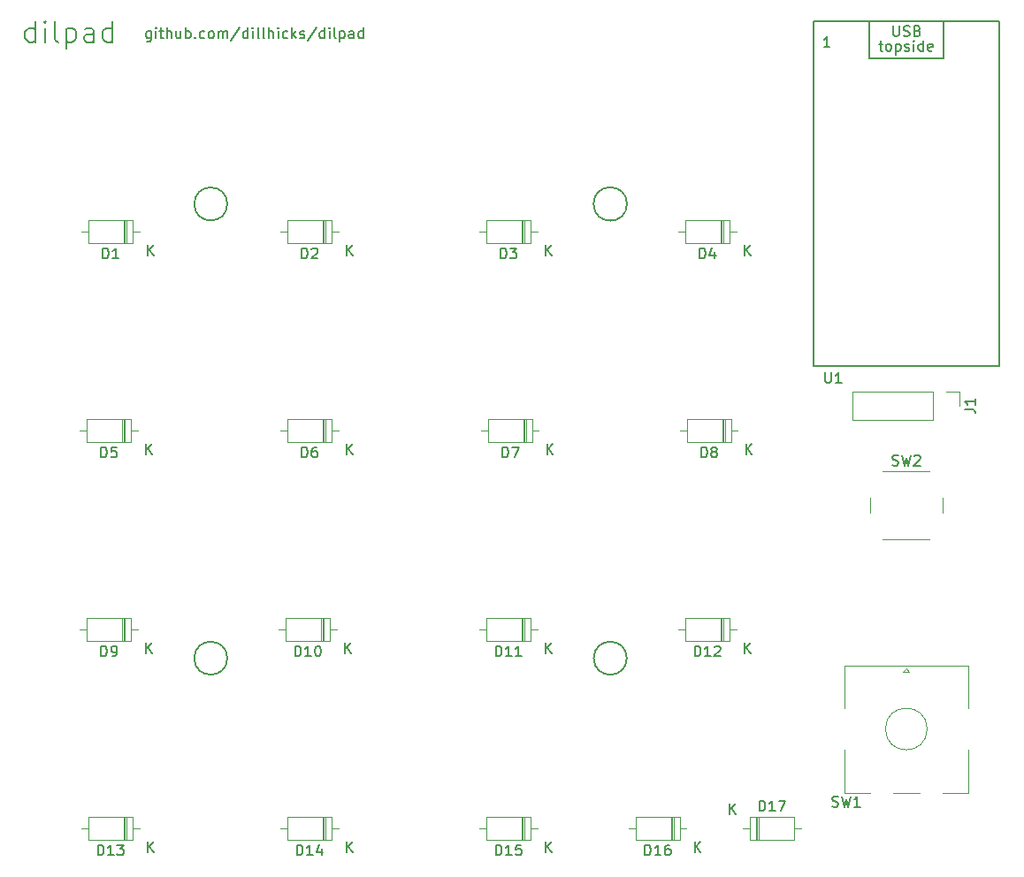
<source format=gto>
G04 #@! TF.GenerationSoftware,KiCad,Pcbnew,7.0.10*
G04 #@! TF.CreationDate,2024-01-29T23:22:10-08:00*
G04 #@! TF.ProjectId,dilpad,64696c70-6164-42e6-9b69-6361645f7063,rev?*
G04 #@! TF.SameCoordinates,Original*
G04 #@! TF.FileFunction,Legend,Top*
G04 #@! TF.FilePolarity,Positive*
%FSLAX46Y46*%
G04 Gerber Fmt 4.6, Leading zero omitted, Abs format (unit mm)*
G04 Created by KiCad (PCBNEW 7.0.10) date 2024-01-29 23:22:10*
%MOMM*%
%LPD*%
G01*
G04 APERTURE LIST*
%ADD10C,0.150000*%
%ADD11C,0.120000*%
%ADD12R,1.600000X1.600000*%
%ADD13O,1.600000X1.600000*%
%ADD14C,2.000000*%
%ADD15R,1.700000X1.700000*%
%ADD16O,1.700000X1.700000*%
%ADD17C,1.750000*%
%ADD18C,3.987800*%
%ADD19C,3.300000*%
G04 APERTURE END LIST*
D10*
X113581139Y-104500000D02*
G75*
G03*
X110418861Y-104500000I-1581139J0D01*
G01*
X110418861Y-104500000D02*
G75*
G03*
X113581139Y-104500000I1581139J0D01*
G01*
X151850781Y-104500000D02*
G75*
G03*
X148649219Y-104500000I-1600781J0D01*
G01*
X148649219Y-104500000D02*
G75*
G03*
X151850781Y-104500000I1600781J0D01*
G01*
X113581139Y-148000000D02*
G75*
G03*
X110418861Y-148000000I-1581139J0D01*
G01*
X110418861Y-148000000D02*
G75*
G03*
X113581139Y-148000000I1581139J0D01*
G01*
X151831139Y-148000000D02*
G75*
G03*
X148668861Y-148000000I-1581139J0D01*
G01*
X148668861Y-148000000D02*
G75*
G03*
X151831139Y-148000000I1581139J0D01*
G01*
X95182017Y-88997438D02*
X95182017Y-86997438D01*
X95182017Y-88902200D02*
X94991541Y-88997438D01*
X94991541Y-88997438D02*
X94610588Y-88997438D01*
X94610588Y-88997438D02*
X94420112Y-88902200D01*
X94420112Y-88902200D02*
X94324874Y-88806961D01*
X94324874Y-88806961D02*
X94229636Y-88616485D01*
X94229636Y-88616485D02*
X94229636Y-88045057D01*
X94229636Y-88045057D02*
X94324874Y-87854580D01*
X94324874Y-87854580D02*
X94420112Y-87759342D01*
X94420112Y-87759342D02*
X94610588Y-87664104D01*
X94610588Y-87664104D02*
X94991541Y-87664104D01*
X94991541Y-87664104D02*
X95182017Y-87759342D01*
X96134398Y-88997438D02*
X96134398Y-87664104D01*
X96134398Y-86997438D02*
X96039160Y-87092676D01*
X96039160Y-87092676D02*
X96134398Y-87187914D01*
X96134398Y-87187914D02*
X96229636Y-87092676D01*
X96229636Y-87092676D02*
X96134398Y-86997438D01*
X96134398Y-86997438D02*
X96134398Y-87187914D01*
X97372493Y-88997438D02*
X97182017Y-88902200D01*
X97182017Y-88902200D02*
X97086779Y-88711723D01*
X97086779Y-88711723D02*
X97086779Y-86997438D01*
X98134398Y-87664104D02*
X98134398Y-89664104D01*
X98134398Y-87759342D02*
X98324874Y-87664104D01*
X98324874Y-87664104D02*
X98705827Y-87664104D01*
X98705827Y-87664104D02*
X98896303Y-87759342D01*
X98896303Y-87759342D02*
X98991541Y-87854580D01*
X98991541Y-87854580D02*
X99086779Y-88045057D01*
X99086779Y-88045057D02*
X99086779Y-88616485D01*
X99086779Y-88616485D02*
X98991541Y-88806961D01*
X98991541Y-88806961D02*
X98896303Y-88902200D01*
X98896303Y-88902200D02*
X98705827Y-88997438D01*
X98705827Y-88997438D02*
X98324874Y-88997438D01*
X98324874Y-88997438D02*
X98134398Y-88902200D01*
X100801065Y-88997438D02*
X100801065Y-87949819D01*
X100801065Y-87949819D02*
X100705827Y-87759342D01*
X100705827Y-87759342D02*
X100515351Y-87664104D01*
X100515351Y-87664104D02*
X100134398Y-87664104D01*
X100134398Y-87664104D02*
X99943922Y-87759342D01*
X100801065Y-88902200D02*
X100610589Y-88997438D01*
X100610589Y-88997438D02*
X100134398Y-88997438D01*
X100134398Y-88997438D02*
X99943922Y-88902200D01*
X99943922Y-88902200D02*
X99848684Y-88711723D01*
X99848684Y-88711723D02*
X99848684Y-88521247D01*
X99848684Y-88521247D02*
X99943922Y-88330771D01*
X99943922Y-88330771D02*
X100134398Y-88235533D01*
X100134398Y-88235533D02*
X100610589Y-88235533D01*
X100610589Y-88235533D02*
X100801065Y-88140295D01*
X102610589Y-88997438D02*
X102610589Y-86997438D01*
X102610589Y-88902200D02*
X102420113Y-88997438D01*
X102420113Y-88997438D02*
X102039160Y-88997438D01*
X102039160Y-88997438D02*
X101848684Y-88902200D01*
X101848684Y-88902200D02*
X101753446Y-88806961D01*
X101753446Y-88806961D02*
X101658208Y-88616485D01*
X101658208Y-88616485D02*
X101658208Y-88045057D01*
X101658208Y-88045057D02*
X101753446Y-87854580D01*
X101753446Y-87854580D02*
X101848684Y-87759342D01*
X101848684Y-87759342D02*
X102039160Y-87664104D01*
X102039160Y-87664104D02*
X102420113Y-87664104D01*
X102420113Y-87664104D02*
X102610589Y-87759342D01*
X106265350Y-87953152D02*
X106265350Y-88762676D01*
X106265350Y-88762676D02*
X106217731Y-88857914D01*
X106217731Y-88857914D02*
X106170112Y-88905533D01*
X106170112Y-88905533D02*
X106074874Y-88953152D01*
X106074874Y-88953152D02*
X105932017Y-88953152D01*
X105932017Y-88953152D02*
X105836779Y-88905533D01*
X106265350Y-88572200D02*
X106170112Y-88619819D01*
X106170112Y-88619819D02*
X105979636Y-88619819D01*
X105979636Y-88619819D02*
X105884398Y-88572200D01*
X105884398Y-88572200D02*
X105836779Y-88524580D01*
X105836779Y-88524580D02*
X105789160Y-88429342D01*
X105789160Y-88429342D02*
X105789160Y-88143628D01*
X105789160Y-88143628D02*
X105836779Y-88048390D01*
X105836779Y-88048390D02*
X105884398Y-88000771D01*
X105884398Y-88000771D02*
X105979636Y-87953152D01*
X105979636Y-87953152D02*
X106170112Y-87953152D01*
X106170112Y-87953152D02*
X106265350Y-88000771D01*
X106741541Y-88619819D02*
X106741541Y-87953152D01*
X106741541Y-87619819D02*
X106693922Y-87667438D01*
X106693922Y-87667438D02*
X106741541Y-87715057D01*
X106741541Y-87715057D02*
X106789160Y-87667438D01*
X106789160Y-87667438D02*
X106741541Y-87619819D01*
X106741541Y-87619819D02*
X106741541Y-87715057D01*
X107074874Y-87953152D02*
X107455826Y-87953152D01*
X107217731Y-87619819D02*
X107217731Y-88476961D01*
X107217731Y-88476961D02*
X107265350Y-88572200D01*
X107265350Y-88572200D02*
X107360588Y-88619819D01*
X107360588Y-88619819D02*
X107455826Y-88619819D01*
X107789160Y-88619819D02*
X107789160Y-87619819D01*
X108217731Y-88619819D02*
X108217731Y-88096009D01*
X108217731Y-88096009D02*
X108170112Y-88000771D01*
X108170112Y-88000771D02*
X108074874Y-87953152D01*
X108074874Y-87953152D02*
X107932017Y-87953152D01*
X107932017Y-87953152D02*
X107836779Y-88000771D01*
X107836779Y-88000771D02*
X107789160Y-88048390D01*
X109122493Y-87953152D02*
X109122493Y-88619819D01*
X108693922Y-87953152D02*
X108693922Y-88476961D01*
X108693922Y-88476961D02*
X108741541Y-88572200D01*
X108741541Y-88572200D02*
X108836779Y-88619819D01*
X108836779Y-88619819D02*
X108979636Y-88619819D01*
X108979636Y-88619819D02*
X109074874Y-88572200D01*
X109074874Y-88572200D02*
X109122493Y-88524580D01*
X109598684Y-88619819D02*
X109598684Y-87619819D01*
X109598684Y-88000771D02*
X109693922Y-87953152D01*
X109693922Y-87953152D02*
X109884398Y-87953152D01*
X109884398Y-87953152D02*
X109979636Y-88000771D01*
X109979636Y-88000771D02*
X110027255Y-88048390D01*
X110027255Y-88048390D02*
X110074874Y-88143628D01*
X110074874Y-88143628D02*
X110074874Y-88429342D01*
X110074874Y-88429342D02*
X110027255Y-88524580D01*
X110027255Y-88524580D02*
X109979636Y-88572200D01*
X109979636Y-88572200D02*
X109884398Y-88619819D01*
X109884398Y-88619819D02*
X109693922Y-88619819D01*
X109693922Y-88619819D02*
X109598684Y-88572200D01*
X110503446Y-88524580D02*
X110551065Y-88572200D01*
X110551065Y-88572200D02*
X110503446Y-88619819D01*
X110503446Y-88619819D02*
X110455827Y-88572200D01*
X110455827Y-88572200D02*
X110503446Y-88524580D01*
X110503446Y-88524580D02*
X110503446Y-88619819D01*
X111408207Y-88572200D02*
X111312969Y-88619819D01*
X111312969Y-88619819D02*
X111122493Y-88619819D01*
X111122493Y-88619819D02*
X111027255Y-88572200D01*
X111027255Y-88572200D02*
X110979636Y-88524580D01*
X110979636Y-88524580D02*
X110932017Y-88429342D01*
X110932017Y-88429342D02*
X110932017Y-88143628D01*
X110932017Y-88143628D02*
X110979636Y-88048390D01*
X110979636Y-88048390D02*
X111027255Y-88000771D01*
X111027255Y-88000771D02*
X111122493Y-87953152D01*
X111122493Y-87953152D02*
X111312969Y-87953152D01*
X111312969Y-87953152D02*
X111408207Y-88000771D01*
X111979636Y-88619819D02*
X111884398Y-88572200D01*
X111884398Y-88572200D02*
X111836779Y-88524580D01*
X111836779Y-88524580D02*
X111789160Y-88429342D01*
X111789160Y-88429342D02*
X111789160Y-88143628D01*
X111789160Y-88143628D02*
X111836779Y-88048390D01*
X111836779Y-88048390D02*
X111884398Y-88000771D01*
X111884398Y-88000771D02*
X111979636Y-87953152D01*
X111979636Y-87953152D02*
X112122493Y-87953152D01*
X112122493Y-87953152D02*
X112217731Y-88000771D01*
X112217731Y-88000771D02*
X112265350Y-88048390D01*
X112265350Y-88048390D02*
X112312969Y-88143628D01*
X112312969Y-88143628D02*
X112312969Y-88429342D01*
X112312969Y-88429342D02*
X112265350Y-88524580D01*
X112265350Y-88524580D02*
X112217731Y-88572200D01*
X112217731Y-88572200D02*
X112122493Y-88619819D01*
X112122493Y-88619819D02*
X111979636Y-88619819D01*
X112741541Y-88619819D02*
X112741541Y-87953152D01*
X112741541Y-88048390D02*
X112789160Y-88000771D01*
X112789160Y-88000771D02*
X112884398Y-87953152D01*
X112884398Y-87953152D02*
X113027255Y-87953152D01*
X113027255Y-87953152D02*
X113122493Y-88000771D01*
X113122493Y-88000771D02*
X113170112Y-88096009D01*
X113170112Y-88096009D02*
X113170112Y-88619819D01*
X113170112Y-88096009D02*
X113217731Y-88000771D01*
X113217731Y-88000771D02*
X113312969Y-87953152D01*
X113312969Y-87953152D02*
X113455826Y-87953152D01*
X113455826Y-87953152D02*
X113551065Y-88000771D01*
X113551065Y-88000771D02*
X113598684Y-88096009D01*
X113598684Y-88096009D02*
X113598684Y-88619819D01*
X114789159Y-87572200D02*
X113932017Y-88857914D01*
X115551064Y-88619819D02*
X115551064Y-87619819D01*
X115551064Y-88572200D02*
X115455826Y-88619819D01*
X115455826Y-88619819D02*
X115265350Y-88619819D01*
X115265350Y-88619819D02*
X115170112Y-88572200D01*
X115170112Y-88572200D02*
X115122493Y-88524580D01*
X115122493Y-88524580D02*
X115074874Y-88429342D01*
X115074874Y-88429342D02*
X115074874Y-88143628D01*
X115074874Y-88143628D02*
X115122493Y-88048390D01*
X115122493Y-88048390D02*
X115170112Y-88000771D01*
X115170112Y-88000771D02*
X115265350Y-87953152D01*
X115265350Y-87953152D02*
X115455826Y-87953152D01*
X115455826Y-87953152D02*
X115551064Y-88000771D01*
X116027255Y-88619819D02*
X116027255Y-87953152D01*
X116027255Y-87619819D02*
X115979636Y-87667438D01*
X115979636Y-87667438D02*
X116027255Y-87715057D01*
X116027255Y-87715057D02*
X116074874Y-87667438D01*
X116074874Y-87667438D02*
X116027255Y-87619819D01*
X116027255Y-87619819D02*
X116027255Y-87715057D01*
X116646302Y-88619819D02*
X116551064Y-88572200D01*
X116551064Y-88572200D02*
X116503445Y-88476961D01*
X116503445Y-88476961D02*
X116503445Y-87619819D01*
X117170112Y-88619819D02*
X117074874Y-88572200D01*
X117074874Y-88572200D02*
X117027255Y-88476961D01*
X117027255Y-88476961D02*
X117027255Y-87619819D01*
X117551065Y-88619819D02*
X117551065Y-87619819D01*
X117979636Y-88619819D02*
X117979636Y-88096009D01*
X117979636Y-88096009D02*
X117932017Y-88000771D01*
X117932017Y-88000771D02*
X117836779Y-87953152D01*
X117836779Y-87953152D02*
X117693922Y-87953152D01*
X117693922Y-87953152D02*
X117598684Y-88000771D01*
X117598684Y-88000771D02*
X117551065Y-88048390D01*
X118455827Y-88619819D02*
X118455827Y-87953152D01*
X118455827Y-87619819D02*
X118408208Y-87667438D01*
X118408208Y-87667438D02*
X118455827Y-87715057D01*
X118455827Y-87715057D02*
X118503446Y-87667438D01*
X118503446Y-87667438D02*
X118455827Y-87619819D01*
X118455827Y-87619819D02*
X118455827Y-87715057D01*
X119360588Y-88572200D02*
X119265350Y-88619819D01*
X119265350Y-88619819D02*
X119074874Y-88619819D01*
X119074874Y-88619819D02*
X118979636Y-88572200D01*
X118979636Y-88572200D02*
X118932017Y-88524580D01*
X118932017Y-88524580D02*
X118884398Y-88429342D01*
X118884398Y-88429342D02*
X118884398Y-88143628D01*
X118884398Y-88143628D02*
X118932017Y-88048390D01*
X118932017Y-88048390D02*
X118979636Y-88000771D01*
X118979636Y-88000771D02*
X119074874Y-87953152D01*
X119074874Y-87953152D02*
X119265350Y-87953152D01*
X119265350Y-87953152D02*
X119360588Y-88000771D01*
X119789160Y-88619819D02*
X119789160Y-87619819D01*
X119884398Y-88238866D02*
X120170112Y-88619819D01*
X120170112Y-87953152D02*
X119789160Y-88334104D01*
X120551065Y-88572200D02*
X120646303Y-88619819D01*
X120646303Y-88619819D02*
X120836779Y-88619819D01*
X120836779Y-88619819D02*
X120932017Y-88572200D01*
X120932017Y-88572200D02*
X120979636Y-88476961D01*
X120979636Y-88476961D02*
X120979636Y-88429342D01*
X120979636Y-88429342D02*
X120932017Y-88334104D01*
X120932017Y-88334104D02*
X120836779Y-88286485D01*
X120836779Y-88286485D02*
X120693922Y-88286485D01*
X120693922Y-88286485D02*
X120598684Y-88238866D01*
X120598684Y-88238866D02*
X120551065Y-88143628D01*
X120551065Y-88143628D02*
X120551065Y-88096009D01*
X120551065Y-88096009D02*
X120598684Y-88000771D01*
X120598684Y-88000771D02*
X120693922Y-87953152D01*
X120693922Y-87953152D02*
X120836779Y-87953152D01*
X120836779Y-87953152D02*
X120932017Y-88000771D01*
X122122493Y-87572200D02*
X121265351Y-88857914D01*
X122884398Y-88619819D02*
X122884398Y-87619819D01*
X122884398Y-88572200D02*
X122789160Y-88619819D01*
X122789160Y-88619819D02*
X122598684Y-88619819D01*
X122598684Y-88619819D02*
X122503446Y-88572200D01*
X122503446Y-88572200D02*
X122455827Y-88524580D01*
X122455827Y-88524580D02*
X122408208Y-88429342D01*
X122408208Y-88429342D02*
X122408208Y-88143628D01*
X122408208Y-88143628D02*
X122455827Y-88048390D01*
X122455827Y-88048390D02*
X122503446Y-88000771D01*
X122503446Y-88000771D02*
X122598684Y-87953152D01*
X122598684Y-87953152D02*
X122789160Y-87953152D01*
X122789160Y-87953152D02*
X122884398Y-88000771D01*
X123360589Y-88619819D02*
X123360589Y-87953152D01*
X123360589Y-87619819D02*
X123312970Y-87667438D01*
X123312970Y-87667438D02*
X123360589Y-87715057D01*
X123360589Y-87715057D02*
X123408208Y-87667438D01*
X123408208Y-87667438D02*
X123360589Y-87619819D01*
X123360589Y-87619819D02*
X123360589Y-87715057D01*
X123979636Y-88619819D02*
X123884398Y-88572200D01*
X123884398Y-88572200D02*
X123836779Y-88476961D01*
X123836779Y-88476961D02*
X123836779Y-87619819D01*
X124360589Y-87953152D02*
X124360589Y-88953152D01*
X124360589Y-88000771D02*
X124455827Y-87953152D01*
X124455827Y-87953152D02*
X124646303Y-87953152D01*
X124646303Y-87953152D02*
X124741541Y-88000771D01*
X124741541Y-88000771D02*
X124789160Y-88048390D01*
X124789160Y-88048390D02*
X124836779Y-88143628D01*
X124836779Y-88143628D02*
X124836779Y-88429342D01*
X124836779Y-88429342D02*
X124789160Y-88524580D01*
X124789160Y-88524580D02*
X124741541Y-88572200D01*
X124741541Y-88572200D02*
X124646303Y-88619819D01*
X124646303Y-88619819D02*
X124455827Y-88619819D01*
X124455827Y-88619819D02*
X124360589Y-88572200D01*
X125693922Y-88619819D02*
X125693922Y-88096009D01*
X125693922Y-88096009D02*
X125646303Y-88000771D01*
X125646303Y-88000771D02*
X125551065Y-87953152D01*
X125551065Y-87953152D02*
X125360589Y-87953152D01*
X125360589Y-87953152D02*
X125265351Y-88000771D01*
X125693922Y-88572200D02*
X125598684Y-88619819D01*
X125598684Y-88619819D02*
X125360589Y-88619819D01*
X125360589Y-88619819D02*
X125265351Y-88572200D01*
X125265351Y-88572200D02*
X125217732Y-88476961D01*
X125217732Y-88476961D02*
X125217732Y-88381723D01*
X125217732Y-88381723D02*
X125265351Y-88286485D01*
X125265351Y-88286485D02*
X125360589Y-88238866D01*
X125360589Y-88238866D02*
X125598684Y-88238866D01*
X125598684Y-88238866D02*
X125693922Y-88191247D01*
X126598684Y-88619819D02*
X126598684Y-87619819D01*
X126598684Y-88572200D02*
X126503446Y-88619819D01*
X126503446Y-88619819D02*
X126312970Y-88619819D01*
X126312970Y-88619819D02*
X126217732Y-88572200D01*
X126217732Y-88572200D02*
X126170113Y-88524580D01*
X126170113Y-88524580D02*
X126122494Y-88429342D01*
X126122494Y-88429342D02*
X126122494Y-88143628D01*
X126122494Y-88143628D02*
X126170113Y-88048390D01*
X126170113Y-88048390D02*
X126217732Y-88000771D01*
X126217732Y-88000771D02*
X126312970Y-87953152D01*
X126312970Y-87953152D02*
X126503446Y-87953152D01*
X126503446Y-87953152D02*
X126598684Y-88000771D01*
X158964405Y-128781069D02*
X158964405Y-127781069D01*
X158964405Y-127781069D02*
X159202500Y-127781069D01*
X159202500Y-127781069D02*
X159345357Y-127828688D01*
X159345357Y-127828688D02*
X159440595Y-127923926D01*
X159440595Y-127923926D02*
X159488214Y-128019164D01*
X159488214Y-128019164D02*
X159535833Y-128209640D01*
X159535833Y-128209640D02*
X159535833Y-128352497D01*
X159535833Y-128352497D02*
X159488214Y-128542973D01*
X159488214Y-128542973D02*
X159440595Y-128638211D01*
X159440595Y-128638211D02*
X159345357Y-128733450D01*
X159345357Y-128733450D02*
X159202500Y-128781069D01*
X159202500Y-128781069D02*
X158964405Y-128781069D01*
X160107262Y-128209640D02*
X160012024Y-128162021D01*
X160012024Y-128162021D02*
X159964405Y-128114402D01*
X159964405Y-128114402D02*
X159916786Y-128019164D01*
X159916786Y-128019164D02*
X159916786Y-127971545D01*
X159916786Y-127971545D02*
X159964405Y-127876307D01*
X159964405Y-127876307D02*
X160012024Y-127828688D01*
X160012024Y-127828688D02*
X160107262Y-127781069D01*
X160107262Y-127781069D02*
X160297738Y-127781069D01*
X160297738Y-127781069D02*
X160392976Y-127828688D01*
X160392976Y-127828688D02*
X160440595Y-127876307D01*
X160440595Y-127876307D02*
X160488214Y-127971545D01*
X160488214Y-127971545D02*
X160488214Y-128019164D01*
X160488214Y-128019164D02*
X160440595Y-128114402D01*
X160440595Y-128114402D02*
X160392976Y-128162021D01*
X160392976Y-128162021D02*
X160297738Y-128209640D01*
X160297738Y-128209640D02*
X160107262Y-128209640D01*
X160107262Y-128209640D02*
X160012024Y-128257259D01*
X160012024Y-128257259D02*
X159964405Y-128304878D01*
X159964405Y-128304878D02*
X159916786Y-128400116D01*
X159916786Y-128400116D02*
X159916786Y-128590592D01*
X159916786Y-128590592D02*
X159964405Y-128685830D01*
X159964405Y-128685830D02*
X160012024Y-128733450D01*
X160012024Y-128733450D02*
X160107262Y-128781069D01*
X160107262Y-128781069D02*
X160297738Y-128781069D01*
X160297738Y-128781069D02*
X160392976Y-128733450D01*
X160392976Y-128733450D02*
X160440595Y-128685830D01*
X160440595Y-128685830D02*
X160488214Y-128590592D01*
X160488214Y-128590592D02*
X160488214Y-128400116D01*
X160488214Y-128400116D02*
X160440595Y-128304878D01*
X160440595Y-128304878D02*
X160392976Y-128257259D01*
X160392976Y-128257259D02*
X160297738Y-128209640D01*
X163250595Y-128461069D02*
X163250595Y-127461069D01*
X163822023Y-128461069D02*
X163393452Y-127889640D01*
X163822023Y-127461069D02*
X163250595Y-128032497D01*
X139279464Y-147831069D02*
X139279464Y-146831069D01*
X139279464Y-146831069D02*
X139517559Y-146831069D01*
X139517559Y-146831069D02*
X139660416Y-146878688D01*
X139660416Y-146878688D02*
X139755654Y-146973926D01*
X139755654Y-146973926D02*
X139803273Y-147069164D01*
X139803273Y-147069164D02*
X139850892Y-147259640D01*
X139850892Y-147259640D02*
X139850892Y-147402497D01*
X139850892Y-147402497D02*
X139803273Y-147592973D01*
X139803273Y-147592973D02*
X139755654Y-147688211D01*
X139755654Y-147688211D02*
X139660416Y-147783450D01*
X139660416Y-147783450D02*
X139517559Y-147831069D01*
X139517559Y-147831069D02*
X139279464Y-147831069D01*
X140803273Y-147831069D02*
X140231845Y-147831069D01*
X140517559Y-147831069D02*
X140517559Y-146831069D01*
X140517559Y-146831069D02*
X140422321Y-146973926D01*
X140422321Y-146973926D02*
X140327083Y-147069164D01*
X140327083Y-147069164D02*
X140231845Y-147116783D01*
X141755654Y-147831069D02*
X141184226Y-147831069D01*
X141469940Y-147831069D02*
X141469940Y-146831069D01*
X141469940Y-146831069D02*
X141374702Y-146973926D01*
X141374702Y-146973926D02*
X141279464Y-147069164D01*
X141279464Y-147069164D02*
X141184226Y-147116783D01*
X144041845Y-147511069D02*
X144041845Y-146511069D01*
X144613273Y-147511069D02*
X144184702Y-146939640D01*
X144613273Y-146511069D02*
X144041845Y-147082497D01*
X177260417Y-129507200D02*
X177403274Y-129554819D01*
X177403274Y-129554819D02*
X177641369Y-129554819D01*
X177641369Y-129554819D02*
X177736607Y-129507200D01*
X177736607Y-129507200D02*
X177784226Y-129459580D01*
X177784226Y-129459580D02*
X177831845Y-129364342D01*
X177831845Y-129364342D02*
X177831845Y-129269104D01*
X177831845Y-129269104D02*
X177784226Y-129173866D01*
X177784226Y-129173866D02*
X177736607Y-129126247D01*
X177736607Y-129126247D02*
X177641369Y-129078628D01*
X177641369Y-129078628D02*
X177450893Y-129031009D01*
X177450893Y-129031009D02*
X177355655Y-128983390D01*
X177355655Y-128983390D02*
X177308036Y-128935771D01*
X177308036Y-128935771D02*
X177260417Y-128840533D01*
X177260417Y-128840533D02*
X177260417Y-128745295D01*
X177260417Y-128745295D02*
X177308036Y-128650057D01*
X177308036Y-128650057D02*
X177355655Y-128602438D01*
X177355655Y-128602438D02*
X177450893Y-128554819D01*
X177450893Y-128554819D02*
X177688988Y-128554819D01*
X177688988Y-128554819D02*
X177831845Y-128602438D01*
X178165179Y-128554819D02*
X178403274Y-129554819D01*
X178403274Y-129554819D02*
X178593750Y-128840533D01*
X178593750Y-128840533D02*
X178784226Y-129554819D01*
X178784226Y-129554819D02*
X179022322Y-128554819D01*
X179355655Y-128650057D02*
X179403274Y-128602438D01*
X179403274Y-128602438D02*
X179498512Y-128554819D01*
X179498512Y-128554819D02*
X179736607Y-128554819D01*
X179736607Y-128554819D02*
X179831845Y-128602438D01*
X179831845Y-128602438D02*
X179879464Y-128650057D01*
X179879464Y-128650057D02*
X179927083Y-128745295D01*
X179927083Y-128745295D02*
X179927083Y-128840533D01*
X179927083Y-128840533D02*
X179879464Y-128983390D01*
X179879464Y-128983390D02*
X179308036Y-129554819D01*
X179308036Y-129554819D02*
X179927083Y-129554819D01*
X170831845Y-120629819D02*
X170831845Y-121439342D01*
X170831845Y-121439342D02*
X170879464Y-121534580D01*
X170879464Y-121534580D02*
X170927083Y-121582200D01*
X170927083Y-121582200D02*
X171022321Y-121629819D01*
X171022321Y-121629819D02*
X171212797Y-121629819D01*
X171212797Y-121629819D02*
X171308035Y-121582200D01*
X171308035Y-121582200D02*
X171355654Y-121534580D01*
X171355654Y-121534580D02*
X171403273Y-121439342D01*
X171403273Y-121439342D02*
X171403273Y-120629819D01*
X172403273Y-121629819D02*
X171831845Y-121629819D01*
X172117559Y-121629819D02*
X172117559Y-120629819D01*
X172117559Y-120629819D02*
X172022321Y-120772676D01*
X172022321Y-120772676D02*
X171927083Y-120867914D01*
X171927083Y-120867914D02*
X171831845Y-120915533D01*
X177331845Y-87444819D02*
X177331845Y-88254342D01*
X177331845Y-88254342D02*
X177379464Y-88349580D01*
X177379464Y-88349580D02*
X177427083Y-88397200D01*
X177427083Y-88397200D02*
X177522321Y-88444819D01*
X177522321Y-88444819D02*
X177712797Y-88444819D01*
X177712797Y-88444819D02*
X177808035Y-88397200D01*
X177808035Y-88397200D02*
X177855654Y-88349580D01*
X177855654Y-88349580D02*
X177903273Y-88254342D01*
X177903273Y-88254342D02*
X177903273Y-87444819D01*
X178331845Y-88397200D02*
X178474702Y-88444819D01*
X178474702Y-88444819D02*
X178712797Y-88444819D01*
X178712797Y-88444819D02*
X178808035Y-88397200D01*
X178808035Y-88397200D02*
X178855654Y-88349580D01*
X178855654Y-88349580D02*
X178903273Y-88254342D01*
X178903273Y-88254342D02*
X178903273Y-88159104D01*
X178903273Y-88159104D02*
X178855654Y-88063866D01*
X178855654Y-88063866D02*
X178808035Y-88016247D01*
X178808035Y-88016247D02*
X178712797Y-87968628D01*
X178712797Y-87968628D02*
X178522321Y-87921009D01*
X178522321Y-87921009D02*
X178427083Y-87873390D01*
X178427083Y-87873390D02*
X178379464Y-87825771D01*
X178379464Y-87825771D02*
X178331845Y-87730533D01*
X178331845Y-87730533D02*
X178331845Y-87635295D01*
X178331845Y-87635295D02*
X178379464Y-87540057D01*
X178379464Y-87540057D02*
X178427083Y-87492438D01*
X178427083Y-87492438D02*
X178522321Y-87444819D01*
X178522321Y-87444819D02*
X178760416Y-87444819D01*
X178760416Y-87444819D02*
X178903273Y-87492438D01*
X179665178Y-87921009D02*
X179808035Y-87968628D01*
X179808035Y-87968628D02*
X179855654Y-88016247D01*
X179855654Y-88016247D02*
X179903273Y-88111485D01*
X179903273Y-88111485D02*
X179903273Y-88254342D01*
X179903273Y-88254342D02*
X179855654Y-88349580D01*
X179855654Y-88349580D02*
X179808035Y-88397200D01*
X179808035Y-88397200D02*
X179712797Y-88444819D01*
X179712797Y-88444819D02*
X179331845Y-88444819D01*
X179331845Y-88444819D02*
X179331845Y-87444819D01*
X179331845Y-87444819D02*
X179665178Y-87444819D01*
X179665178Y-87444819D02*
X179760416Y-87492438D01*
X179760416Y-87492438D02*
X179808035Y-87540057D01*
X179808035Y-87540057D02*
X179855654Y-87635295D01*
X179855654Y-87635295D02*
X179855654Y-87730533D01*
X179855654Y-87730533D02*
X179808035Y-87825771D01*
X179808035Y-87825771D02*
X179760416Y-87873390D01*
X179760416Y-87873390D02*
X179665178Y-87921009D01*
X179665178Y-87921009D02*
X179331845Y-87921009D01*
X171259464Y-89474819D02*
X170688036Y-89474819D01*
X170973750Y-89474819D02*
X170973750Y-88474819D01*
X170973750Y-88474819D02*
X170878512Y-88617676D01*
X170878512Y-88617676D02*
X170783274Y-88712914D01*
X170783274Y-88712914D02*
X170688036Y-88760533D01*
X175974702Y-89178152D02*
X176355654Y-89178152D01*
X176117559Y-88844819D02*
X176117559Y-89701961D01*
X176117559Y-89701961D02*
X176165178Y-89797200D01*
X176165178Y-89797200D02*
X176260416Y-89844819D01*
X176260416Y-89844819D02*
X176355654Y-89844819D01*
X176831845Y-89844819D02*
X176736607Y-89797200D01*
X176736607Y-89797200D02*
X176688988Y-89749580D01*
X176688988Y-89749580D02*
X176641369Y-89654342D01*
X176641369Y-89654342D02*
X176641369Y-89368628D01*
X176641369Y-89368628D02*
X176688988Y-89273390D01*
X176688988Y-89273390D02*
X176736607Y-89225771D01*
X176736607Y-89225771D02*
X176831845Y-89178152D01*
X176831845Y-89178152D02*
X176974702Y-89178152D01*
X176974702Y-89178152D02*
X177069940Y-89225771D01*
X177069940Y-89225771D02*
X177117559Y-89273390D01*
X177117559Y-89273390D02*
X177165178Y-89368628D01*
X177165178Y-89368628D02*
X177165178Y-89654342D01*
X177165178Y-89654342D02*
X177117559Y-89749580D01*
X177117559Y-89749580D02*
X177069940Y-89797200D01*
X177069940Y-89797200D02*
X176974702Y-89844819D01*
X176974702Y-89844819D02*
X176831845Y-89844819D01*
X177593750Y-89178152D02*
X177593750Y-90178152D01*
X177593750Y-89225771D02*
X177688988Y-89178152D01*
X177688988Y-89178152D02*
X177879464Y-89178152D01*
X177879464Y-89178152D02*
X177974702Y-89225771D01*
X177974702Y-89225771D02*
X178022321Y-89273390D01*
X178022321Y-89273390D02*
X178069940Y-89368628D01*
X178069940Y-89368628D02*
X178069940Y-89654342D01*
X178069940Y-89654342D02*
X178022321Y-89749580D01*
X178022321Y-89749580D02*
X177974702Y-89797200D01*
X177974702Y-89797200D02*
X177879464Y-89844819D01*
X177879464Y-89844819D02*
X177688988Y-89844819D01*
X177688988Y-89844819D02*
X177593750Y-89797200D01*
X178450893Y-89797200D02*
X178546131Y-89844819D01*
X178546131Y-89844819D02*
X178736607Y-89844819D01*
X178736607Y-89844819D02*
X178831845Y-89797200D01*
X178831845Y-89797200D02*
X178879464Y-89701961D01*
X178879464Y-89701961D02*
X178879464Y-89654342D01*
X178879464Y-89654342D02*
X178831845Y-89559104D01*
X178831845Y-89559104D02*
X178736607Y-89511485D01*
X178736607Y-89511485D02*
X178593750Y-89511485D01*
X178593750Y-89511485D02*
X178498512Y-89463866D01*
X178498512Y-89463866D02*
X178450893Y-89368628D01*
X178450893Y-89368628D02*
X178450893Y-89321009D01*
X178450893Y-89321009D02*
X178498512Y-89225771D01*
X178498512Y-89225771D02*
X178593750Y-89178152D01*
X178593750Y-89178152D02*
X178736607Y-89178152D01*
X178736607Y-89178152D02*
X178831845Y-89225771D01*
X179308036Y-89844819D02*
X179308036Y-89178152D01*
X179308036Y-88844819D02*
X179260417Y-88892438D01*
X179260417Y-88892438D02*
X179308036Y-88940057D01*
X179308036Y-88940057D02*
X179355655Y-88892438D01*
X179355655Y-88892438D02*
X179308036Y-88844819D01*
X179308036Y-88844819D02*
X179308036Y-88940057D01*
X180212797Y-89844819D02*
X180212797Y-88844819D01*
X180212797Y-89797200D02*
X180117559Y-89844819D01*
X180117559Y-89844819D02*
X179927083Y-89844819D01*
X179927083Y-89844819D02*
X179831845Y-89797200D01*
X179831845Y-89797200D02*
X179784226Y-89749580D01*
X179784226Y-89749580D02*
X179736607Y-89654342D01*
X179736607Y-89654342D02*
X179736607Y-89368628D01*
X179736607Y-89368628D02*
X179784226Y-89273390D01*
X179784226Y-89273390D02*
X179831845Y-89225771D01*
X179831845Y-89225771D02*
X179927083Y-89178152D01*
X179927083Y-89178152D02*
X180117559Y-89178152D01*
X180117559Y-89178152D02*
X180212797Y-89225771D01*
X181069940Y-89797200D02*
X180974702Y-89844819D01*
X180974702Y-89844819D02*
X180784226Y-89844819D01*
X180784226Y-89844819D02*
X180688988Y-89797200D01*
X180688988Y-89797200D02*
X180641369Y-89701961D01*
X180641369Y-89701961D02*
X180641369Y-89321009D01*
X180641369Y-89321009D02*
X180688988Y-89225771D01*
X180688988Y-89225771D02*
X180784226Y-89178152D01*
X180784226Y-89178152D02*
X180974702Y-89178152D01*
X180974702Y-89178152D02*
X181069940Y-89225771D01*
X181069940Y-89225771D02*
X181117559Y-89321009D01*
X181117559Y-89321009D02*
X181117559Y-89416247D01*
X181117559Y-89416247D02*
X180641369Y-89511485D01*
X120070714Y-147831069D02*
X120070714Y-146831069D01*
X120070714Y-146831069D02*
X120308809Y-146831069D01*
X120308809Y-146831069D02*
X120451666Y-146878688D01*
X120451666Y-146878688D02*
X120546904Y-146973926D01*
X120546904Y-146973926D02*
X120594523Y-147069164D01*
X120594523Y-147069164D02*
X120642142Y-147259640D01*
X120642142Y-147259640D02*
X120642142Y-147402497D01*
X120642142Y-147402497D02*
X120594523Y-147592973D01*
X120594523Y-147592973D02*
X120546904Y-147688211D01*
X120546904Y-147688211D02*
X120451666Y-147783450D01*
X120451666Y-147783450D02*
X120308809Y-147831069D01*
X120308809Y-147831069D02*
X120070714Y-147831069D01*
X121594523Y-147831069D02*
X121023095Y-147831069D01*
X121308809Y-147831069D02*
X121308809Y-146831069D01*
X121308809Y-146831069D02*
X121213571Y-146973926D01*
X121213571Y-146973926D02*
X121118333Y-147069164D01*
X121118333Y-147069164D02*
X121023095Y-147116783D01*
X122213571Y-146831069D02*
X122308809Y-146831069D01*
X122308809Y-146831069D02*
X122404047Y-146878688D01*
X122404047Y-146878688D02*
X122451666Y-146926307D01*
X122451666Y-146926307D02*
X122499285Y-147021545D01*
X122499285Y-147021545D02*
X122546904Y-147212021D01*
X122546904Y-147212021D02*
X122546904Y-147450116D01*
X122546904Y-147450116D02*
X122499285Y-147640592D01*
X122499285Y-147640592D02*
X122451666Y-147735830D01*
X122451666Y-147735830D02*
X122404047Y-147783450D01*
X122404047Y-147783450D02*
X122308809Y-147831069D01*
X122308809Y-147831069D02*
X122213571Y-147831069D01*
X122213571Y-147831069D02*
X122118333Y-147783450D01*
X122118333Y-147783450D02*
X122070714Y-147735830D01*
X122070714Y-147735830D02*
X122023095Y-147640592D01*
X122023095Y-147640592D02*
X121975476Y-147450116D01*
X121975476Y-147450116D02*
X121975476Y-147212021D01*
X121975476Y-147212021D02*
X122023095Y-147021545D01*
X122023095Y-147021545D02*
X122070714Y-146926307D01*
X122070714Y-146926307D02*
X122118333Y-146878688D01*
X122118333Y-146878688D02*
X122213571Y-146831069D01*
X124833095Y-147511069D02*
X124833095Y-146511069D01*
X125404523Y-147511069D02*
X124975952Y-146939640D01*
X125404523Y-146511069D02*
X124833095Y-147082497D01*
X101655655Y-109731069D02*
X101655655Y-108731069D01*
X101655655Y-108731069D02*
X101893750Y-108731069D01*
X101893750Y-108731069D02*
X102036607Y-108778688D01*
X102036607Y-108778688D02*
X102131845Y-108873926D01*
X102131845Y-108873926D02*
X102179464Y-108969164D01*
X102179464Y-108969164D02*
X102227083Y-109159640D01*
X102227083Y-109159640D02*
X102227083Y-109302497D01*
X102227083Y-109302497D02*
X102179464Y-109492973D01*
X102179464Y-109492973D02*
X102131845Y-109588211D01*
X102131845Y-109588211D02*
X102036607Y-109683450D01*
X102036607Y-109683450D02*
X101893750Y-109731069D01*
X101893750Y-109731069D02*
X101655655Y-109731069D01*
X103179464Y-109731069D02*
X102608036Y-109731069D01*
X102893750Y-109731069D02*
X102893750Y-108731069D01*
X102893750Y-108731069D02*
X102798512Y-108873926D01*
X102798512Y-108873926D02*
X102703274Y-108969164D01*
X102703274Y-108969164D02*
X102608036Y-109016783D01*
X105941845Y-109411069D02*
X105941845Y-108411069D01*
X106513273Y-109411069D02*
X106084702Y-108839640D01*
X106513273Y-108411069D02*
X105941845Y-108982497D01*
X171510417Y-162188450D02*
X171653274Y-162236069D01*
X171653274Y-162236069D02*
X171891369Y-162236069D01*
X171891369Y-162236069D02*
X171986607Y-162188450D01*
X171986607Y-162188450D02*
X172034226Y-162140830D01*
X172034226Y-162140830D02*
X172081845Y-162045592D01*
X172081845Y-162045592D02*
X172081845Y-161950354D01*
X172081845Y-161950354D02*
X172034226Y-161855116D01*
X172034226Y-161855116D02*
X171986607Y-161807497D01*
X171986607Y-161807497D02*
X171891369Y-161759878D01*
X171891369Y-161759878D02*
X171700893Y-161712259D01*
X171700893Y-161712259D02*
X171605655Y-161664640D01*
X171605655Y-161664640D02*
X171558036Y-161617021D01*
X171558036Y-161617021D02*
X171510417Y-161521783D01*
X171510417Y-161521783D02*
X171510417Y-161426545D01*
X171510417Y-161426545D02*
X171558036Y-161331307D01*
X171558036Y-161331307D02*
X171605655Y-161283688D01*
X171605655Y-161283688D02*
X171700893Y-161236069D01*
X171700893Y-161236069D02*
X171938988Y-161236069D01*
X171938988Y-161236069D02*
X172081845Y-161283688D01*
X172415179Y-161236069D02*
X172653274Y-162236069D01*
X172653274Y-162236069D02*
X172843750Y-161521783D01*
X172843750Y-161521783D02*
X173034226Y-162236069D01*
X173034226Y-162236069D02*
X173272322Y-161236069D01*
X174177083Y-162236069D02*
X173605655Y-162236069D01*
X173891369Y-162236069D02*
X173891369Y-161236069D01*
X173891369Y-161236069D02*
X173796131Y-161378926D01*
X173796131Y-161378926D02*
X173700893Y-161474164D01*
X173700893Y-161474164D02*
X173605655Y-161521783D01*
X158805655Y-109731069D02*
X158805655Y-108731069D01*
X158805655Y-108731069D02*
X159043750Y-108731069D01*
X159043750Y-108731069D02*
X159186607Y-108778688D01*
X159186607Y-108778688D02*
X159281845Y-108873926D01*
X159281845Y-108873926D02*
X159329464Y-108969164D01*
X159329464Y-108969164D02*
X159377083Y-109159640D01*
X159377083Y-109159640D02*
X159377083Y-109302497D01*
X159377083Y-109302497D02*
X159329464Y-109492973D01*
X159329464Y-109492973D02*
X159281845Y-109588211D01*
X159281845Y-109588211D02*
X159186607Y-109683450D01*
X159186607Y-109683450D02*
X159043750Y-109731069D01*
X159043750Y-109731069D02*
X158805655Y-109731069D01*
X160234226Y-109064402D02*
X160234226Y-109731069D01*
X159996131Y-108683450D02*
X159758036Y-109397735D01*
X159758036Y-109397735D02*
X160377083Y-109397735D01*
X163091845Y-109411069D02*
X163091845Y-108411069D01*
X163663273Y-109411069D02*
X163234702Y-108839640D01*
X163663273Y-108411069D02*
X163091845Y-108982497D01*
X101496905Y-128781069D02*
X101496905Y-127781069D01*
X101496905Y-127781069D02*
X101735000Y-127781069D01*
X101735000Y-127781069D02*
X101877857Y-127828688D01*
X101877857Y-127828688D02*
X101973095Y-127923926D01*
X101973095Y-127923926D02*
X102020714Y-128019164D01*
X102020714Y-128019164D02*
X102068333Y-128209640D01*
X102068333Y-128209640D02*
X102068333Y-128352497D01*
X102068333Y-128352497D02*
X102020714Y-128542973D01*
X102020714Y-128542973D02*
X101973095Y-128638211D01*
X101973095Y-128638211D02*
X101877857Y-128733450D01*
X101877857Y-128733450D02*
X101735000Y-128781069D01*
X101735000Y-128781069D02*
X101496905Y-128781069D01*
X102973095Y-127781069D02*
X102496905Y-127781069D01*
X102496905Y-127781069D02*
X102449286Y-128257259D01*
X102449286Y-128257259D02*
X102496905Y-128209640D01*
X102496905Y-128209640D02*
X102592143Y-128162021D01*
X102592143Y-128162021D02*
X102830238Y-128162021D01*
X102830238Y-128162021D02*
X102925476Y-128209640D01*
X102925476Y-128209640D02*
X102973095Y-128257259D01*
X102973095Y-128257259D02*
X103020714Y-128352497D01*
X103020714Y-128352497D02*
X103020714Y-128590592D01*
X103020714Y-128590592D02*
X102973095Y-128685830D01*
X102973095Y-128685830D02*
X102925476Y-128733450D01*
X102925476Y-128733450D02*
X102830238Y-128781069D01*
X102830238Y-128781069D02*
X102592143Y-128781069D01*
X102592143Y-128781069D02*
X102496905Y-128733450D01*
X102496905Y-128733450D02*
X102449286Y-128685830D01*
X105783095Y-128461069D02*
X105783095Y-127461069D01*
X106354523Y-128461069D02*
X105925952Y-127889640D01*
X106354523Y-127461069D02*
X105783095Y-128032497D01*
X164520714Y-162641069D02*
X164520714Y-161641069D01*
X164520714Y-161641069D02*
X164758809Y-161641069D01*
X164758809Y-161641069D02*
X164901666Y-161688688D01*
X164901666Y-161688688D02*
X164996904Y-161783926D01*
X164996904Y-161783926D02*
X165044523Y-161879164D01*
X165044523Y-161879164D02*
X165092142Y-162069640D01*
X165092142Y-162069640D02*
X165092142Y-162212497D01*
X165092142Y-162212497D02*
X165044523Y-162402973D01*
X165044523Y-162402973D02*
X164996904Y-162498211D01*
X164996904Y-162498211D02*
X164901666Y-162593450D01*
X164901666Y-162593450D02*
X164758809Y-162641069D01*
X164758809Y-162641069D02*
X164520714Y-162641069D01*
X166044523Y-162641069D02*
X165473095Y-162641069D01*
X165758809Y-162641069D02*
X165758809Y-161641069D01*
X165758809Y-161641069D02*
X165663571Y-161783926D01*
X165663571Y-161783926D02*
X165568333Y-161879164D01*
X165568333Y-161879164D02*
X165473095Y-161926783D01*
X166377857Y-161641069D02*
X167044523Y-161641069D01*
X167044523Y-161641069D02*
X166615952Y-162641069D01*
X161663095Y-162961069D02*
X161663095Y-161961069D01*
X162234523Y-162961069D02*
X161805952Y-162389640D01*
X162234523Y-161961069D02*
X161663095Y-162532497D01*
X120705655Y-109731069D02*
X120705655Y-108731069D01*
X120705655Y-108731069D02*
X120943750Y-108731069D01*
X120943750Y-108731069D02*
X121086607Y-108778688D01*
X121086607Y-108778688D02*
X121181845Y-108873926D01*
X121181845Y-108873926D02*
X121229464Y-108969164D01*
X121229464Y-108969164D02*
X121277083Y-109159640D01*
X121277083Y-109159640D02*
X121277083Y-109302497D01*
X121277083Y-109302497D02*
X121229464Y-109492973D01*
X121229464Y-109492973D02*
X121181845Y-109588211D01*
X121181845Y-109588211D02*
X121086607Y-109683450D01*
X121086607Y-109683450D02*
X120943750Y-109731069D01*
X120943750Y-109731069D02*
X120705655Y-109731069D01*
X121658036Y-108826307D02*
X121705655Y-108778688D01*
X121705655Y-108778688D02*
X121800893Y-108731069D01*
X121800893Y-108731069D02*
X122038988Y-108731069D01*
X122038988Y-108731069D02*
X122134226Y-108778688D01*
X122134226Y-108778688D02*
X122181845Y-108826307D01*
X122181845Y-108826307D02*
X122229464Y-108921545D01*
X122229464Y-108921545D02*
X122229464Y-109016783D01*
X122229464Y-109016783D02*
X122181845Y-109159640D01*
X122181845Y-109159640D02*
X121610417Y-109731069D01*
X121610417Y-109731069D02*
X122229464Y-109731069D01*
X124991845Y-109411069D02*
X124991845Y-108411069D01*
X125563273Y-109411069D02*
X125134702Y-108839640D01*
X125563273Y-108411069D02*
X124991845Y-108982497D01*
X158329464Y-147831069D02*
X158329464Y-146831069D01*
X158329464Y-146831069D02*
X158567559Y-146831069D01*
X158567559Y-146831069D02*
X158710416Y-146878688D01*
X158710416Y-146878688D02*
X158805654Y-146973926D01*
X158805654Y-146973926D02*
X158853273Y-147069164D01*
X158853273Y-147069164D02*
X158900892Y-147259640D01*
X158900892Y-147259640D02*
X158900892Y-147402497D01*
X158900892Y-147402497D02*
X158853273Y-147592973D01*
X158853273Y-147592973D02*
X158805654Y-147688211D01*
X158805654Y-147688211D02*
X158710416Y-147783450D01*
X158710416Y-147783450D02*
X158567559Y-147831069D01*
X158567559Y-147831069D02*
X158329464Y-147831069D01*
X159853273Y-147831069D02*
X159281845Y-147831069D01*
X159567559Y-147831069D02*
X159567559Y-146831069D01*
X159567559Y-146831069D02*
X159472321Y-146973926D01*
X159472321Y-146973926D02*
X159377083Y-147069164D01*
X159377083Y-147069164D02*
X159281845Y-147116783D01*
X160234226Y-146926307D02*
X160281845Y-146878688D01*
X160281845Y-146878688D02*
X160377083Y-146831069D01*
X160377083Y-146831069D02*
X160615178Y-146831069D01*
X160615178Y-146831069D02*
X160710416Y-146878688D01*
X160710416Y-146878688D02*
X160758035Y-146926307D01*
X160758035Y-146926307D02*
X160805654Y-147021545D01*
X160805654Y-147021545D02*
X160805654Y-147116783D01*
X160805654Y-147116783D02*
X160758035Y-147259640D01*
X160758035Y-147259640D02*
X160186607Y-147831069D01*
X160186607Y-147831069D02*
X160805654Y-147831069D01*
X163091845Y-147511069D02*
X163091845Y-146511069D01*
X163663273Y-147511069D02*
X163234702Y-146939640D01*
X163663273Y-146511069D02*
X163091845Y-147082497D01*
X184178569Y-124158333D02*
X184892854Y-124158333D01*
X184892854Y-124158333D02*
X185035711Y-124205952D01*
X185035711Y-124205952D02*
X185130950Y-124301190D01*
X185130950Y-124301190D02*
X185178569Y-124444047D01*
X185178569Y-124444047D02*
X185178569Y-124539285D01*
X185178569Y-123158333D02*
X185178569Y-123729761D01*
X185178569Y-123444047D02*
X184178569Y-123444047D01*
X184178569Y-123444047D02*
X184321426Y-123539285D01*
X184321426Y-123539285D02*
X184416664Y-123634523D01*
X184416664Y-123634523D02*
X184464283Y-123729761D01*
X120705655Y-128781069D02*
X120705655Y-127781069D01*
X120705655Y-127781069D02*
X120943750Y-127781069D01*
X120943750Y-127781069D02*
X121086607Y-127828688D01*
X121086607Y-127828688D02*
X121181845Y-127923926D01*
X121181845Y-127923926D02*
X121229464Y-128019164D01*
X121229464Y-128019164D02*
X121277083Y-128209640D01*
X121277083Y-128209640D02*
X121277083Y-128352497D01*
X121277083Y-128352497D02*
X121229464Y-128542973D01*
X121229464Y-128542973D02*
X121181845Y-128638211D01*
X121181845Y-128638211D02*
X121086607Y-128733450D01*
X121086607Y-128733450D02*
X120943750Y-128781069D01*
X120943750Y-128781069D02*
X120705655Y-128781069D01*
X122134226Y-127781069D02*
X121943750Y-127781069D01*
X121943750Y-127781069D02*
X121848512Y-127828688D01*
X121848512Y-127828688D02*
X121800893Y-127876307D01*
X121800893Y-127876307D02*
X121705655Y-128019164D01*
X121705655Y-128019164D02*
X121658036Y-128209640D01*
X121658036Y-128209640D02*
X121658036Y-128590592D01*
X121658036Y-128590592D02*
X121705655Y-128685830D01*
X121705655Y-128685830D02*
X121753274Y-128733450D01*
X121753274Y-128733450D02*
X121848512Y-128781069D01*
X121848512Y-128781069D02*
X122038988Y-128781069D01*
X122038988Y-128781069D02*
X122134226Y-128733450D01*
X122134226Y-128733450D02*
X122181845Y-128685830D01*
X122181845Y-128685830D02*
X122229464Y-128590592D01*
X122229464Y-128590592D02*
X122229464Y-128352497D01*
X122229464Y-128352497D02*
X122181845Y-128257259D01*
X122181845Y-128257259D02*
X122134226Y-128209640D01*
X122134226Y-128209640D02*
X122038988Y-128162021D01*
X122038988Y-128162021D02*
X121848512Y-128162021D01*
X121848512Y-128162021D02*
X121753274Y-128209640D01*
X121753274Y-128209640D02*
X121705655Y-128257259D01*
X121705655Y-128257259D02*
X121658036Y-128352497D01*
X124991845Y-128461069D02*
X124991845Y-127461069D01*
X125563273Y-128461069D02*
X125134702Y-127889640D01*
X125563273Y-127461069D02*
X124991845Y-128032497D01*
X139755655Y-109731069D02*
X139755655Y-108731069D01*
X139755655Y-108731069D02*
X139993750Y-108731069D01*
X139993750Y-108731069D02*
X140136607Y-108778688D01*
X140136607Y-108778688D02*
X140231845Y-108873926D01*
X140231845Y-108873926D02*
X140279464Y-108969164D01*
X140279464Y-108969164D02*
X140327083Y-109159640D01*
X140327083Y-109159640D02*
X140327083Y-109302497D01*
X140327083Y-109302497D02*
X140279464Y-109492973D01*
X140279464Y-109492973D02*
X140231845Y-109588211D01*
X140231845Y-109588211D02*
X140136607Y-109683450D01*
X140136607Y-109683450D02*
X139993750Y-109731069D01*
X139993750Y-109731069D02*
X139755655Y-109731069D01*
X140660417Y-108731069D02*
X141279464Y-108731069D01*
X141279464Y-108731069D02*
X140946131Y-109112021D01*
X140946131Y-109112021D02*
X141088988Y-109112021D01*
X141088988Y-109112021D02*
X141184226Y-109159640D01*
X141184226Y-109159640D02*
X141231845Y-109207259D01*
X141231845Y-109207259D02*
X141279464Y-109302497D01*
X141279464Y-109302497D02*
X141279464Y-109540592D01*
X141279464Y-109540592D02*
X141231845Y-109635830D01*
X141231845Y-109635830D02*
X141184226Y-109683450D01*
X141184226Y-109683450D02*
X141088988Y-109731069D01*
X141088988Y-109731069D02*
X140803274Y-109731069D01*
X140803274Y-109731069D02*
X140708036Y-109683450D01*
X140708036Y-109683450D02*
X140660417Y-109635830D01*
X144041845Y-109411069D02*
X144041845Y-108411069D01*
X144613273Y-109411069D02*
X144184702Y-108839640D01*
X144613273Y-108411069D02*
X144041845Y-108982497D01*
X153566964Y-166881069D02*
X153566964Y-165881069D01*
X153566964Y-165881069D02*
X153805059Y-165881069D01*
X153805059Y-165881069D02*
X153947916Y-165928688D01*
X153947916Y-165928688D02*
X154043154Y-166023926D01*
X154043154Y-166023926D02*
X154090773Y-166119164D01*
X154090773Y-166119164D02*
X154138392Y-166309640D01*
X154138392Y-166309640D02*
X154138392Y-166452497D01*
X154138392Y-166452497D02*
X154090773Y-166642973D01*
X154090773Y-166642973D02*
X154043154Y-166738211D01*
X154043154Y-166738211D02*
X153947916Y-166833450D01*
X153947916Y-166833450D02*
X153805059Y-166881069D01*
X153805059Y-166881069D02*
X153566964Y-166881069D01*
X155090773Y-166881069D02*
X154519345Y-166881069D01*
X154805059Y-166881069D02*
X154805059Y-165881069D01*
X154805059Y-165881069D02*
X154709821Y-166023926D01*
X154709821Y-166023926D02*
X154614583Y-166119164D01*
X154614583Y-166119164D02*
X154519345Y-166166783D01*
X155947916Y-165881069D02*
X155757440Y-165881069D01*
X155757440Y-165881069D02*
X155662202Y-165928688D01*
X155662202Y-165928688D02*
X155614583Y-165976307D01*
X155614583Y-165976307D02*
X155519345Y-166119164D01*
X155519345Y-166119164D02*
X155471726Y-166309640D01*
X155471726Y-166309640D02*
X155471726Y-166690592D01*
X155471726Y-166690592D02*
X155519345Y-166785830D01*
X155519345Y-166785830D02*
X155566964Y-166833450D01*
X155566964Y-166833450D02*
X155662202Y-166881069D01*
X155662202Y-166881069D02*
X155852678Y-166881069D01*
X155852678Y-166881069D02*
X155947916Y-166833450D01*
X155947916Y-166833450D02*
X155995535Y-166785830D01*
X155995535Y-166785830D02*
X156043154Y-166690592D01*
X156043154Y-166690592D02*
X156043154Y-166452497D01*
X156043154Y-166452497D02*
X155995535Y-166357259D01*
X155995535Y-166357259D02*
X155947916Y-166309640D01*
X155947916Y-166309640D02*
X155852678Y-166262021D01*
X155852678Y-166262021D02*
X155662202Y-166262021D01*
X155662202Y-166262021D02*
X155566964Y-166309640D01*
X155566964Y-166309640D02*
X155519345Y-166357259D01*
X155519345Y-166357259D02*
X155471726Y-166452497D01*
X158329345Y-166561069D02*
X158329345Y-165561069D01*
X158900773Y-166561069D02*
X158472202Y-165989640D01*
X158900773Y-165561069D02*
X158329345Y-166132497D01*
X139279464Y-166881069D02*
X139279464Y-165881069D01*
X139279464Y-165881069D02*
X139517559Y-165881069D01*
X139517559Y-165881069D02*
X139660416Y-165928688D01*
X139660416Y-165928688D02*
X139755654Y-166023926D01*
X139755654Y-166023926D02*
X139803273Y-166119164D01*
X139803273Y-166119164D02*
X139850892Y-166309640D01*
X139850892Y-166309640D02*
X139850892Y-166452497D01*
X139850892Y-166452497D02*
X139803273Y-166642973D01*
X139803273Y-166642973D02*
X139755654Y-166738211D01*
X139755654Y-166738211D02*
X139660416Y-166833450D01*
X139660416Y-166833450D02*
X139517559Y-166881069D01*
X139517559Y-166881069D02*
X139279464Y-166881069D01*
X140803273Y-166881069D02*
X140231845Y-166881069D01*
X140517559Y-166881069D02*
X140517559Y-165881069D01*
X140517559Y-165881069D02*
X140422321Y-166023926D01*
X140422321Y-166023926D02*
X140327083Y-166119164D01*
X140327083Y-166119164D02*
X140231845Y-166166783D01*
X141708035Y-165881069D02*
X141231845Y-165881069D01*
X141231845Y-165881069D02*
X141184226Y-166357259D01*
X141184226Y-166357259D02*
X141231845Y-166309640D01*
X141231845Y-166309640D02*
X141327083Y-166262021D01*
X141327083Y-166262021D02*
X141565178Y-166262021D01*
X141565178Y-166262021D02*
X141660416Y-166309640D01*
X141660416Y-166309640D02*
X141708035Y-166357259D01*
X141708035Y-166357259D02*
X141755654Y-166452497D01*
X141755654Y-166452497D02*
X141755654Y-166690592D01*
X141755654Y-166690592D02*
X141708035Y-166785830D01*
X141708035Y-166785830D02*
X141660416Y-166833450D01*
X141660416Y-166833450D02*
X141565178Y-166881069D01*
X141565178Y-166881069D02*
X141327083Y-166881069D01*
X141327083Y-166881069D02*
X141231845Y-166833450D01*
X141231845Y-166833450D02*
X141184226Y-166785830D01*
X144041845Y-166561069D02*
X144041845Y-165561069D01*
X144613273Y-166561069D02*
X144184702Y-165989640D01*
X144613273Y-165561069D02*
X144041845Y-166132497D01*
X101179464Y-166881069D02*
X101179464Y-165881069D01*
X101179464Y-165881069D02*
X101417559Y-165881069D01*
X101417559Y-165881069D02*
X101560416Y-165928688D01*
X101560416Y-165928688D02*
X101655654Y-166023926D01*
X101655654Y-166023926D02*
X101703273Y-166119164D01*
X101703273Y-166119164D02*
X101750892Y-166309640D01*
X101750892Y-166309640D02*
X101750892Y-166452497D01*
X101750892Y-166452497D02*
X101703273Y-166642973D01*
X101703273Y-166642973D02*
X101655654Y-166738211D01*
X101655654Y-166738211D02*
X101560416Y-166833450D01*
X101560416Y-166833450D02*
X101417559Y-166881069D01*
X101417559Y-166881069D02*
X101179464Y-166881069D01*
X102703273Y-166881069D02*
X102131845Y-166881069D01*
X102417559Y-166881069D02*
X102417559Y-165881069D01*
X102417559Y-165881069D02*
X102322321Y-166023926D01*
X102322321Y-166023926D02*
X102227083Y-166119164D01*
X102227083Y-166119164D02*
X102131845Y-166166783D01*
X103036607Y-165881069D02*
X103655654Y-165881069D01*
X103655654Y-165881069D02*
X103322321Y-166262021D01*
X103322321Y-166262021D02*
X103465178Y-166262021D01*
X103465178Y-166262021D02*
X103560416Y-166309640D01*
X103560416Y-166309640D02*
X103608035Y-166357259D01*
X103608035Y-166357259D02*
X103655654Y-166452497D01*
X103655654Y-166452497D02*
X103655654Y-166690592D01*
X103655654Y-166690592D02*
X103608035Y-166785830D01*
X103608035Y-166785830D02*
X103560416Y-166833450D01*
X103560416Y-166833450D02*
X103465178Y-166881069D01*
X103465178Y-166881069D02*
X103179464Y-166881069D01*
X103179464Y-166881069D02*
X103084226Y-166833450D01*
X103084226Y-166833450D02*
X103036607Y-166785830D01*
X105941845Y-166561069D02*
X105941845Y-165561069D01*
X106513273Y-166561069D02*
X106084702Y-165989640D01*
X106513273Y-165561069D02*
X105941845Y-166132497D01*
X139914405Y-128781069D02*
X139914405Y-127781069D01*
X139914405Y-127781069D02*
X140152500Y-127781069D01*
X140152500Y-127781069D02*
X140295357Y-127828688D01*
X140295357Y-127828688D02*
X140390595Y-127923926D01*
X140390595Y-127923926D02*
X140438214Y-128019164D01*
X140438214Y-128019164D02*
X140485833Y-128209640D01*
X140485833Y-128209640D02*
X140485833Y-128352497D01*
X140485833Y-128352497D02*
X140438214Y-128542973D01*
X140438214Y-128542973D02*
X140390595Y-128638211D01*
X140390595Y-128638211D02*
X140295357Y-128733450D01*
X140295357Y-128733450D02*
X140152500Y-128781069D01*
X140152500Y-128781069D02*
X139914405Y-128781069D01*
X140819167Y-127781069D02*
X141485833Y-127781069D01*
X141485833Y-127781069D02*
X141057262Y-128781069D01*
X144200595Y-128461069D02*
X144200595Y-127461069D01*
X144772023Y-128461069D02*
X144343452Y-127889640D01*
X144772023Y-127461069D02*
X144200595Y-128032497D01*
X120229464Y-166881069D02*
X120229464Y-165881069D01*
X120229464Y-165881069D02*
X120467559Y-165881069D01*
X120467559Y-165881069D02*
X120610416Y-165928688D01*
X120610416Y-165928688D02*
X120705654Y-166023926D01*
X120705654Y-166023926D02*
X120753273Y-166119164D01*
X120753273Y-166119164D02*
X120800892Y-166309640D01*
X120800892Y-166309640D02*
X120800892Y-166452497D01*
X120800892Y-166452497D02*
X120753273Y-166642973D01*
X120753273Y-166642973D02*
X120705654Y-166738211D01*
X120705654Y-166738211D02*
X120610416Y-166833450D01*
X120610416Y-166833450D02*
X120467559Y-166881069D01*
X120467559Y-166881069D02*
X120229464Y-166881069D01*
X121753273Y-166881069D02*
X121181845Y-166881069D01*
X121467559Y-166881069D02*
X121467559Y-165881069D01*
X121467559Y-165881069D02*
X121372321Y-166023926D01*
X121372321Y-166023926D02*
X121277083Y-166119164D01*
X121277083Y-166119164D02*
X121181845Y-166166783D01*
X122610416Y-166214402D02*
X122610416Y-166881069D01*
X122372321Y-165833450D02*
X122134226Y-166547735D01*
X122134226Y-166547735D02*
X122753273Y-166547735D01*
X124991845Y-166561069D02*
X124991845Y-165561069D01*
X125563273Y-166561069D02*
X125134702Y-165989640D01*
X125563273Y-165561069D02*
X124991845Y-166132497D01*
X101496905Y-147831069D02*
X101496905Y-146831069D01*
X101496905Y-146831069D02*
X101735000Y-146831069D01*
X101735000Y-146831069D02*
X101877857Y-146878688D01*
X101877857Y-146878688D02*
X101973095Y-146973926D01*
X101973095Y-146973926D02*
X102020714Y-147069164D01*
X102020714Y-147069164D02*
X102068333Y-147259640D01*
X102068333Y-147259640D02*
X102068333Y-147402497D01*
X102068333Y-147402497D02*
X102020714Y-147592973D01*
X102020714Y-147592973D02*
X101973095Y-147688211D01*
X101973095Y-147688211D02*
X101877857Y-147783450D01*
X101877857Y-147783450D02*
X101735000Y-147831069D01*
X101735000Y-147831069D02*
X101496905Y-147831069D01*
X102544524Y-147831069D02*
X102735000Y-147831069D01*
X102735000Y-147831069D02*
X102830238Y-147783450D01*
X102830238Y-147783450D02*
X102877857Y-147735830D01*
X102877857Y-147735830D02*
X102973095Y-147592973D01*
X102973095Y-147592973D02*
X103020714Y-147402497D01*
X103020714Y-147402497D02*
X103020714Y-147021545D01*
X103020714Y-147021545D02*
X102973095Y-146926307D01*
X102973095Y-146926307D02*
X102925476Y-146878688D01*
X102925476Y-146878688D02*
X102830238Y-146831069D01*
X102830238Y-146831069D02*
X102639762Y-146831069D01*
X102639762Y-146831069D02*
X102544524Y-146878688D01*
X102544524Y-146878688D02*
X102496905Y-146926307D01*
X102496905Y-146926307D02*
X102449286Y-147021545D01*
X102449286Y-147021545D02*
X102449286Y-147259640D01*
X102449286Y-147259640D02*
X102496905Y-147354878D01*
X102496905Y-147354878D02*
X102544524Y-147402497D01*
X102544524Y-147402497D02*
X102639762Y-147450116D01*
X102639762Y-147450116D02*
X102830238Y-147450116D01*
X102830238Y-147450116D02*
X102925476Y-147402497D01*
X102925476Y-147402497D02*
X102973095Y-147354878D01*
X102973095Y-147354878D02*
X103020714Y-147259640D01*
X105783095Y-147511069D02*
X105783095Y-146511069D01*
X106354523Y-147511069D02*
X105925952Y-146939640D01*
X106354523Y-146511069D02*
X105783095Y-147082497D01*
D11*
X162472500Y-126206250D02*
X161822500Y-126206250D01*
X161822500Y-127326250D02*
X161822500Y-125086250D01*
X161822500Y-125086250D02*
X157582500Y-125086250D01*
X161222500Y-127326250D02*
X161222500Y-125086250D01*
X161102500Y-127326250D02*
X161102500Y-125086250D01*
X160982500Y-127326250D02*
X160982500Y-125086250D01*
X157582500Y-127326250D02*
X161822500Y-127326250D01*
X157582500Y-125086250D02*
X157582500Y-127326250D01*
X156932500Y-126206250D02*
X157582500Y-126206250D01*
X143263750Y-145256250D02*
X142613750Y-145256250D01*
X142613750Y-146376250D02*
X142613750Y-144136250D01*
X142613750Y-144136250D02*
X138373750Y-144136250D01*
X142013750Y-146376250D02*
X142013750Y-144136250D01*
X141893750Y-146376250D02*
X141893750Y-144136250D01*
X141773750Y-146376250D02*
X141773750Y-144136250D01*
X138373750Y-146376250D02*
X142613750Y-146376250D01*
X138373750Y-144136250D02*
X138373750Y-146376250D01*
X137723750Y-145256250D02*
X138373750Y-145256250D01*
X175093750Y-132600000D02*
X175093750Y-134100000D01*
X176343750Y-136600000D02*
X180843750Y-136600000D01*
X180843750Y-130100000D02*
X176343750Y-130100000D01*
X182093750Y-134100000D02*
X182093750Y-132600000D01*
D10*
X175043750Y-90575000D02*
X175043750Y-86995000D01*
X182143750Y-90575000D02*
X175043750Y-90575000D01*
X182143750Y-90575000D02*
X182143750Y-86995000D01*
X169703750Y-86995000D02*
X187483750Y-86995000D01*
X187483750Y-86995000D02*
X187483750Y-120015000D01*
X187483750Y-120015000D02*
X169703750Y-120015000D01*
X169703750Y-120015000D02*
X169703750Y-86995000D01*
D11*
X124055000Y-145256250D02*
X123405000Y-145256250D01*
X123405000Y-146376250D02*
X123405000Y-144136250D01*
X123405000Y-144136250D02*
X119165000Y-144136250D01*
X122805000Y-146376250D02*
X122805000Y-144136250D01*
X122685000Y-146376250D02*
X122685000Y-144136250D01*
X122565000Y-146376250D02*
X122565000Y-144136250D01*
X119165000Y-146376250D02*
X123405000Y-146376250D01*
X119165000Y-144136250D02*
X119165000Y-146376250D01*
X118515000Y-145256250D02*
X119165000Y-145256250D01*
X105163750Y-107156250D02*
X104513750Y-107156250D01*
X104513750Y-108276250D02*
X104513750Y-106036250D01*
X104513750Y-106036250D02*
X100273750Y-106036250D01*
X103913750Y-108276250D02*
X103913750Y-106036250D01*
X103793750Y-108276250D02*
X103793750Y-106036250D01*
X103673750Y-108276250D02*
X103673750Y-106036250D01*
X100273750Y-108276250D02*
X104513750Y-108276250D01*
X100273750Y-106036250D02*
X100273750Y-108276250D01*
X99623750Y-107156250D02*
X100273750Y-107156250D01*
X184493750Y-160881250D02*
X182093750Y-160881250D01*
X184493750Y-156781250D02*
X184493750Y-160881250D01*
X184493750Y-152781250D02*
X184493750Y-148681250D01*
X184493750Y-148681250D02*
X172693750Y-148681250D01*
X179893750Y-160881250D02*
X177293750Y-160881250D01*
X178893750Y-149281250D02*
X178293750Y-149281250D01*
X178593750Y-148981250D02*
X178893750Y-149281250D01*
X178293750Y-149281250D02*
X178593750Y-148981250D01*
X175093750Y-160881250D02*
X172693750Y-160881250D01*
X172693750Y-160881250D02*
X172693750Y-156781250D01*
X172693750Y-152781250D02*
X172693750Y-148681250D01*
X180593750Y-154781250D02*
G75*
G03*
X176593750Y-154781250I-2000000J0D01*
G01*
X176593750Y-154781250D02*
G75*
G03*
X180593750Y-154781250I2000000J0D01*
G01*
X162313750Y-107156250D02*
X161663750Y-107156250D01*
X161663750Y-108276250D02*
X161663750Y-106036250D01*
X161663750Y-106036250D02*
X157423750Y-106036250D01*
X161063750Y-108276250D02*
X161063750Y-106036250D01*
X160943750Y-108276250D02*
X160943750Y-106036250D01*
X160823750Y-108276250D02*
X160823750Y-106036250D01*
X157423750Y-108276250D02*
X161663750Y-108276250D01*
X157423750Y-106036250D02*
X157423750Y-108276250D01*
X156773750Y-107156250D02*
X157423750Y-107156250D01*
X105005000Y-126206250D02*
X104355000Y-126206250D01*
X104355000Y-127326250D02*
X104355000Y-125086250D01*
X104355000Y-125086250D02*
X100115000Y-125086250D01*
X103755000Y-127326250D02*
X103755000Y-125086250D01*
X103635000Y-127326250D02*
X103635000Y-125086250D01*
X103515000Y-127326250D02*
X103515000Y-125086250D01*
X100115000Y-127326250D02*
X104355000Y-127326250D01*
X100115000Y-125086250D02*
X100115000Y-127326250D01*
X99465000Y-126206250D02*
X100115000Y-126206250D01*
X162965000Y-164306250D02*
X163615000Y-164306250D01*
X163615000Y-163186250D02*
X163615000Y-165426250D01*
X163615000Y-165426250D02*
X167855000Y-165426250D01*
X164215000Y-163186250D02*
X164215000Y-165426250D01*
X164335000Y-163186250D02*
X164335000Y-165426250D01*
X164455000Y-163186250D02*
X164455000Y-165426250D01*
X167855000Y-163186250D02*
X163615000Y-163186250D01*
X167855000Y-165426250D02*
X167855000Y-163186250D01*
X168505000Y-164306250D02*
X167855000Y-164306250D01*
X124213750Y-107156250D02*
X123563750Y-107156250D01*
X123563750Y-108276250D02*
X123563750Y-106036250D01*
X123563750Y-106036250D02*
X119323750Y-106036250D01*
X122963750Y-108276250D02*
X122963750Y-106036250D01*
X122843750Y-108276250D02*
X122843750Y-106036250D01*
X122723750Y-108276250D02*
X122723750Y-106036250D01*
X119323750Y-108276250D02*
X123563750Y-108276250D01*
X119323750Y-106036250D02*
X119323750Y-108276250D01*
X118673750Y-107156250D02*
X119323750Y-107156250D01*
X162313750Y-145256250D02*
X161663750Y-145256250D01*
X161663750Y-146376250D02*
X161663750Y-144136250D01*
X161663750Y-144136250D02*
X157423750Y-144136250D01*
X161063750Y-146376250D02*
X161063750Y-144136250D01*
X160943750Y-146376250D02*
X160943750Y-144136250D01*
X160823750Y-146376250D02*
X160823750Y-144136250D01*
X157423750Y-146376250D02*
X161663750Y-146376250D01*
X157423750Y-144136250D02*
X157423750Y-146376250D01*
X156773750Y-145256250D02*
X157423750Y-145256250D01*
X183723750Y-122495000D02*
X183723750Y-123825000D01*
X182393750Y-122495000D02*
X183723750Y-122495000D01*
X181123750Y-122495000D02*
X173443750Y-122495000D01*
X181123750Y-122495000D02*
X181123750Y-125155000D01*
X173443750Y-122495000D02*
X173443750Y-125155000D01*
X181123750Y-125155000D02*
X173443750Y-125155000D01*
X124213750Y-126206250D02*
X123563750Y-126206250D01*
X123563750Y-127326250D02*
X123563750Y-125086250D01*
X123563750Y-125086250D02*
X119323750Y-125086250D01*
X122963750Y-127326250D02*
X122963750Y-125086250D01*
X122843750Y-127326250D02*
X122843750Y-125086250D01*
X122723750Y-127326250D02*
X122723750Y-125086250D01*
X119323750Y-127326250D02*
X123563750Y-127326250D01*
X119323750Y-125086250D02*
X119323750Y-127326250D01*
X118673750Y-126206250D02*
X119323750Y-126206250D01*
X143263750Y-107156250D02*
X142613750Y-107156250D01*
X142613750Y-108276250D02*
X142613750Y-106036250D01*
X142613750Y-106036250D02*
X138373750Y-106036250D01*
X142013750Y-108276250D02*
X142013750Y-106036250D01*
X141893750Y-108276250D02*
X141893750Y-106036250D01*
X141773750Y-108276250D02*
X141773750Y-106036250D01*
X138373750Y-108276250D02*
X142613750Y-108276250D01*
X138373750Y-106036250D02*
X138373750Y-108276250D01*
X137723750Y-107156250D02*
X138373750Y-107156250D01*
X157551250Y-164306250D02*
X156901250Y-164306250D01*
X156901250Y-165426250D02*
X156901250Y-163186250D01*
X156901250Y-163186250D02*
X152661250Y-163186250D01*
X156301250Y-165426250D02*
X156301250Y-163186250D01*
X156181250Y-165426250D02*
X156181250Y-163186250D01*
X156061250Y-165426250D02*
X156061250Y-163186250D01*
X152661250Y-165426250D02*
X156901250Y-165426250D01*
X152661250Y-163186250D02*
X152661250Y-165426250D01*
X152011250Y-164306250D02*
X152661250Y-164306250D01*
X143263750Y-164306250D02*
X142613750Y-164306250D01*
X142613750Y-165426250D02*
X142613750Y-163186250D01*
X142613750Y-163186250D02*
X138373750Y-163186250D01*
X142013750Y-165426250D02*
X142013750Y-163186250D01*
X141893750Y-165426250D02*
X141893750Y-163186250D01*
X141773750Y-165426250D02*
X141773750Y-163186250D01*
X138373750Y-165426250D02*
X142613750Y-165426250D01*
X138373750Y-163186250D02*
X138373750Y-165426250D01*
X137723750Y-164306250D02*
X138373750Y-164306250D01*
X105163750Y-164306250D02*
X104513750Y-164306250D01*
X104513750Y-165426250D02*
X104513750Y-163186250D01*
X104513750Y-163186250D02*
X100273750Y-163186250D01*
X103913750Y-165426250D02*
X103913750Y-163186250D01*
X103793750Y-165426250D02*
X103793750Y-163186250D01*
X103673750Y-165426250D02*
X103673750Y-163186250D01*
X100273750Y-165426250D02*
X104513750Y-165426250D01*
X100273750Y-163186250D02*
X100273750Y-165426250D01*
X99623750Y-164306250D02*
X100273750Y-164306250D01*
X143422500Y-126206250D02*
X142772500Y-126206250D01*
X142772500Y-127326250D02*
X142772500Y-125086250D01*
X142772500Y-125086250D02*
X138532500Y-125086250D01*
X142172500Y-127326250D02*
X142172500Y-125086250D01*
X142052500Y-127326250D02*
X142052500Y-125086250D01*
X141932500Y-127326250D02*
X141932500Y-125086250D01*
X138532500Y-127326250D02*
X142772500Y-127326250D01*
X138532500Y-125086250D02*
X138532500Y-127326250D01*
X137882500Y-126206250D02*
X138532500Y-126206250D01*
X124213750Y-164306250D02*
X123563750Y-164306250D01*
X123563750Y-165426250D02*
X123563750Y-163186250D01*
X123563750Y-163186250D02*
X119323750Y-163186250D01*
X122963750Y-165426250D02*
X122963750Y-163186250D01*
X122843750Y-165426250D02*
X122843750Y-163186250D01*
X122723750Y-165426250D02*
X122723750Y-163186250D01*
X119323750Y-165426250D02*
X123563750Y-165426250D01*
X119323750Y-163186250D02*
X119323750Y-165426250D01*
X118673750Y-164306250D02*
X119323750Y-164306250D01*
X105005000Y-145256250D02*
X104355000Y-145256250D01*
X104355000Y-146376250D02*
X104355000Y-144136250D01*
X104355000Y-144136250D02*
X100115000Y-144136250D01*
X103755000Y-146376250D02*
X103755000Y-144136250D01*
X103635000Y-146376250D02*
X103635000Y-144136250D01*
X103515000Y-146376250D02*
X103515000Y-144136250D01*
X100115000Y-146376250D02*
X104355000Y-146376250D01*
X100115000Y-144136250D02*
X100115000Y-146376250D01*
X99465000Y-145256250D02*
X100115000Y-145256250D01*
%LPC*%
D12*
X163512500Y-126206250D03*
D13*
X155892500Y-126206250D03*
D12*
X144303750Y-145256250D03*
D13*
X136683750Y-145256250D03*
D14*
X175343750Y-131100000D03*
X181843750Y-131100000D03*
X175343750Y-135600000D03*
X181843750Y-135600000D03*
D12*
X125095000Y-145256250D03*
D13*
X117475000Y-145256250D03*
D12*
X106203750Y-107156250D03*
D13*
X98583750Y-107156250D03*
D12*
X163353750Y-107156250D03*
D13*
X155733750Y-107156250D03*
D12*
X106045000Y-126206250D03*
D13*
X98425000Y-126206250D03*
D12*
X161925000Y-164306250D03*
D13*
X169545000Y-164306250D03*
D12*
X125253750Y-107156250D03*
D13*
X117633750Y-107156250D03*
D12*
X163353750Y-145256250D03*
D13*
X155733750Y-145256250D03*
D15*
X182393750Y-123825000D03*
D16*
X179853750Y-123825000D03*
X177313750Y-123825000D03*
X174773750Y-123825000D03*
D12*
X125253750Y-126206250D03*
D13*
X117633750Y-126206250D03*
D12*
X144303750Y-107156250D03*
D13*
X136683750Y-107156250D03*
D12*
X158591250Y-164306250D03*
D13*
X150971250Y-164306250D03*
D12*
X144303750Y-164306250D03*
D13*
X136683750Y-164306250D03*
D12*
X106203750Y-164306250D03*
D13*
X98583750Y-164306250D03*
D12*
X144462500Y-126206250D03*
D13*
X136842500Y-126206250D03*
D12*
X125253750Y-164306250D03*
D13*
X117633750Y-164306250D03*
D12*
X106045000Y-145256250D03*
D13*
X98425000Y-145256250D03*
D17*
X126523750Y-97631250D03*
D18*
X121443750Y-97631250D03*
D17*
X116363750Y-97631250D03*
D19*
X117633750Y-95091250D03*
X123983750Y-92551250D03*
D17*
X164623750Y-154781250D03*
D18*
X159543750Y-154781250D03*
D17*
X154463750Y-154781250D03*
D19*
X155733750Y-152241250D03*
X162083750Y-149701250D03*
D17*
X107473750Y-135731250D03*
D18*
X102393750Y-135731250D03*
D17*
X97313750Y-135731250D03*
D19*
X98583750Y-133191250D03*
X104933750Y-130651250D03*
D17*
X107473750Y-116681250D03*
D18*
X102393750Y-116681250D03*
D17*
X97313750Y-116681250D03*
D19*
X98583750Y-114141250D03*
X104933750Y-111601250D03*
D17*
X107473750Y-154781250D03*
D18*
X102393750Y-154781250D03*
D17*
X97313750Y-154781250D03*
D19*
X98583750Y-152241250D03*
X104933750Y-149701250D03*
D17*
X126523750Y-154781250D03*
D18*
X121443750Y-154781250D03*
D17*
X116363750Y-154781250D03*
D19*
X117633750Y-152241250D03*
X123983750Y-149701250D03*
D17*
X145573750Y-97631250D03*
D18*
X140493750Y-97631250D03*
D17*
X135413750Y-97631250D03*
D19*
X136683750Y-95091250D03*
X143033750Y-92551250D03*
D17*
X145573750Y-116681250D03*
D18*
X140493750Y-116681250D03*
D17*
X135413750Y-116681250D03*
D19*
X136683750Y-114141250D03*
X143033750Y-111601250D03*
D17*
X126523750Y-135731250D03*
D18*
X121443750Y-135731250D03*
D17*
X116363750Y-135731250D03*
D19*
X117633750Y-133191250D03*
X123983750Y-130651250D03*
D17*
X145573750Y-154781250D03*
D18*
X140493750Y-154781250D03*
D17*
X135413750Y-154781250D03*
D19*
X136683750Y-152241250D03*
X143033750Y-149701250D03*
D17*
X107473750Y-97631250D03*
D18*
X102393750Y-97631250D03*
D17*
X97313750Y-97631250D03*
D19*
X98583750Y-95091250D03*
X104933750Y-92551250D03*
D17*
X164623750Y-116681250D03*
D18*
X159543750Y-116681250D03*
D17*
X154463750Y-116681250D03*
D19*
X155733750Y-114141250D03*
X162083750Y-111601250D03*
D17*
X164623750Y-135731250D03*
D18*
X159543750Y-135731250D03*
D17*
X154463750Y-135731250D03*
D19*
X155733750Y-133191250D03*
X162083750Y-130651250D03*
D17*
X126523750Y-116681250D03*
D18*
X121443750Y-116681250D03*
D17*
X116363750Y-116681250D03*
D19*
X117633750Y-114141250D03*
X123983750Y-111601250D03*
D17*
X145573750Y-135731250D03*
D18*
X140493750Y-135731250D03*
D17*
X135413750Y-135731250D03*
D19*
X136683750Y-133191250D03*
X143033750Y-130651250D03*
D17*
X164623750Y-97631250D03*
D18*
X159543750Y-97631250D03*
D17*
X154463750Y-97631250D03*
D19*
X155733750Y-95091250D03*
X162083750Y-92551250D03*
%LPD*%
M02*

</source>
